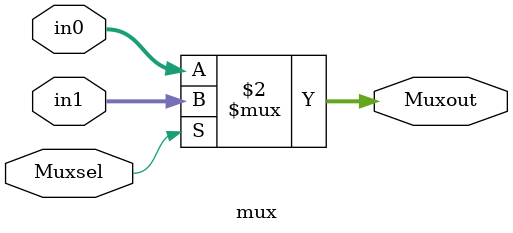
<source format=v>
`timescale 10ns/1ns

module mux(Muxsel,in0,in1,Muxout);
input [4:0] in0, in1;
input Muxsel;
output reg [4:0] Muxout;
//always @(*)
always @(Muxsel,in0,in1)
/*begin
case(Muxsel)
0:Muxout <= in0;
1:Muxout <= in1;
endcase
*/
//always
begin
 Muxout = Muxsel? in1 : in0;
end
endmodule


</source>
